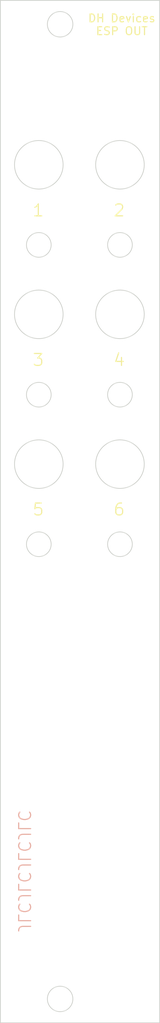
<source format=kicad_pcb>
(kicad_pcb (version 20211014) (generator pcbnew)

  (general
    (thickness 1.6)
  )

  (paper "A4")
  (layers
    (0 "F.Cu" signal)
    (31 "B.Cu" signal)
    (32 "B.Adhes" user "B.Adhesive")
    (33 "F.Adhes" user "F.Adhesive")
    (34 "B.Paste" user)
    (35 "F.Paste" user)
    (36 "B.SilkS" user "B.Silkscreen")
    (37 "F.SilkS" user "F.Silkscreen")
    (38 "B.Mask" user)
    (39 "F.Mask" user)
    (40 "Dwgs.User" user "User.Drawings")
    (41 "Cmts.User" user "User.Comments")
    (42 "Eco1.User" user "User.Eco1")
    (43 "Eco2.User" user "User.Eco2")
    (44 "Edge.Cuts" user)
    (45 "Margin" user)
    (46 "B.CrtYd" user "B.Courtyard")
    (47 "F.CrtYd" user "F.Courtyard")
    (48 "B.Fab" user)
    (49 "F.Fab" user)
    (50 "User.1" user)
    (51 "User.2" user)
    (52 "User.3" user)
    (53 "User.4" user)
    (54 "User.5" user)
    (55 "User.6" user)
    (56 "User.7" user)
    (57 "User.8" user)
    (58 "User.9" user)
  )

  (setup
    (pad_to_mask_clearance 0)
    (pcbplotparams
      (layerselection 0x00010fc_ffffffff)
      (disableapertmacros false)
      (usegerberextensions true)
      (usegerberattributes false)
      (usegerberadvancedattributes false)
      (creategerberjobfile false)
      (svguseinch false)
      (svgprecision 6)
      (excludeedgelayer true)
      (plotframeref false)
      (viasonmask false)
      (mode 1)
      (useauxorigin false)
      (hpglpennumber 1)
      (hpglpenspeed 20)
      (hpglpendiameter 15.000000)
      (dxfpolygonmode true)
      (dxfimperialunits true)
      (dxfusepcbnewfont true)
      (psnegative false)
      (psa4output false)
      (plotreference true)
      (plotvalue false)
      (plotinvisibletext false)
      (sketchpadsonfab false)
      (subtractmaskfromsilk true)
      (outputformat 1)
      (mirror false)
      (drillshape 0)
      (scaleselection 1)
      (outputdirectory "gerbers/")
    )
  )

  (net 0 "")

  (gr_circle (center 135.699 93.868) (end 138.749 93.868) (layer "Edge.Cuts") (width 0.1) (fill none) (tstamp 0b8ceece-c05d-4f0e-b938-e90c8b58ba81))
  (gr_circle (center 145.889 75.042) (end 148.939 75.042) (layer "Edge.Cuts") (width 0.1) (fill none) (tstamp 147ddcca-5eb3-4302-b1bf-01383fc9ed96))
  (gr_circle (center 145.889 85.14) (end 147.439 85.14) (layer "Edge.Cuts") (width 0.1) (fill none) (tstamp 15726e40-44c3-4dfd-b1e6-c5949c00a75b))
  (gr_circle (center 145.889 93.868) (end 148.939 93.868) (layer "Edge.Cuts") (width 0.1) (fill none) (tstamp 25b5bd75-5df8-41e4-aee3-b067f228cacf))
  (gr_circle (center 135.699 66.314) (end 137.249 66.314) (layer "Edge.Cuts") (width 0.1) (fill none) (tstamp 31f320f8-9fca-458c-80c9-a63045dda05e))
  (gr_circle (center 135.699 103.936) (end 137.249 103.936) (layer "Edge.Cuts") (width 0.1) (fill none) (tstamp 377684ca-b28e-4313-be43-a5b4d0d5b24e))
  (gr_rect (start 130.876 35.584) (end 150.876 164.084) (layer "Edge.Cuts") (width 0.1) (fill none) (tstamp 712d6a7d-2b62-464f-b745-fd2a6b0187f6))
  (gr_circle (center 135.699 75.042) (end 138.749 75.042) (layer "Edge.Cuts") (width 0.1) (fill none) (tstamp 8476e5bc-bf12-41f5-9358-6f231878f6db))
  (gr_circle (center 135.699 56.246) (end 138.749 56.246) (layer "Edge.Cuts") (width 0.1) (fill none) (tstamp 9c476165-300e-4e08-a354-4288b203c377))
  (gr_circle (center 138.376 161.084) (end 139.976 161.084) (layer "Edge.Cuts") (width 0.1) (fill none) (tstamp a09cb1c4-cc63-49c7-a35f-4b80c3ba2217))
  (gr_circle (center 145.889 56.246) (end 148.939 56.246) (layer "Edge.Cuts") (width 0.1) (fill none) (tstamp a5b2a88f-fa1e-47a1-b1fe-06f37e21ca1b))
  (gr_circle (center 135.699 85.14) (end 137.249 85.14) (layer "Edge.Cuts") (width 0.1) (fill none) (tstamp ba1f0967-2682-40e7-8282-722799674775))
  (gr_circle (center 138.376 38.584) (end 139.976 38.584) (layer "Edge.Cuts") (width 0.1) (fill none) (tstamp babeabf2-f3b0-4ed5-8d9e-0215947e6cf3))
  (gr_circle (center 145.889 66.314) (end 147.439 66.314) (layer "Edge.Cuts") (width 0.1) (fill none) (tstamp ca6b774e-c29f-4bd6-8b0a-46bbe776a618))
  (gr_circle (center 145.889 103.936) (end 147.439 103.936) (layer "Edge.Cuts") (width 0.1) (fill none) (tstamp ea720a8c-9a07-4d6c-adc7-fc4b83f5af5a))
  (gr_text "JLCJLCJLCJLC" (at 133.858 145.034 -90) (layer "B.SilkS") (tstamp 8e06ba1f-e3ba-4eb9-a10e-887dffd566d6)
    (effects (font (size 1.5 1.5) (thickness 0.15)) (justify mirror))
  )
  (gr_text "2" (at 145.796 61.976) (layer "F.SilkS") (tstamp 0520f61d-4522-4301-a3fa-8ed0bf060f69)
    (effects (font (size 1.5 1.5) (thickness 0.15)))
  )
  (gr_text "3" (at 135.636 80.772) (layer "F.SilkS") (tstamp 26edc121-4167-44e5-9aaf-65f4ac255233)
    (effects (font (size 1.5 1.5) (thickness 0.15)))
  )
  (gr_text "4" (at 145.796 80.772) (layer "F.SilkS") (tstamp 35e13391-5257-46f3-93a5-87ffd4e862a4)
    (effects (font (size 1.5 1.5) (thickness 0.15)))
  )
  (gr_text "DH Devices\nESP OUT" (at 146.116 38.632) (layer "F.SilkS") (tstamp 486e42a8-ccd7-4296-b46d-c1c0b1981be4)
    (effects (font (size 1 1) (thickness 0.15)))
  )
  (gr_text "1" (at 135.636 61.976) (layer "F.SilkS") (tstamp a05d7640-f2f6-4ba7-8c51-5a4af431fc13)
    (effects (font (size 1.5 1.5) (thickness 0.15)))
  )
  (gr_text "6" (at 145.796 99.568) (layer "F.SilkS") (tstamp b7013b78-ce5a-47df-9e6f-e993b6073985)
    (effects (font (size 1.5 1.5) (thickness 0.15)))
  )
  (gr_text "5" (at 135.636 99.568) (layer "F.SilkS") (tstamp c2d24be9-0a91-4ad8-a6f8-4f606bd871ac)
    (effects (font (size 1.5 1.5) (thickness 0.15)))
  )

  (group "" (id b90f2dfd-9639-4bac-9825-9f33089900c6)
    (members
      486e42a8-ccd7-4296-b46d-c1c0b1981be4
      712d6a7d-2b62-464f-b745-fd2a6b0187f6
      a09cb1c4-cc63-49c7-a35f-4b80c3ba2217
      babeabf2-f3b0-4ed5-8d9e-0215947e6cf3
    )
  )
)

</source>
